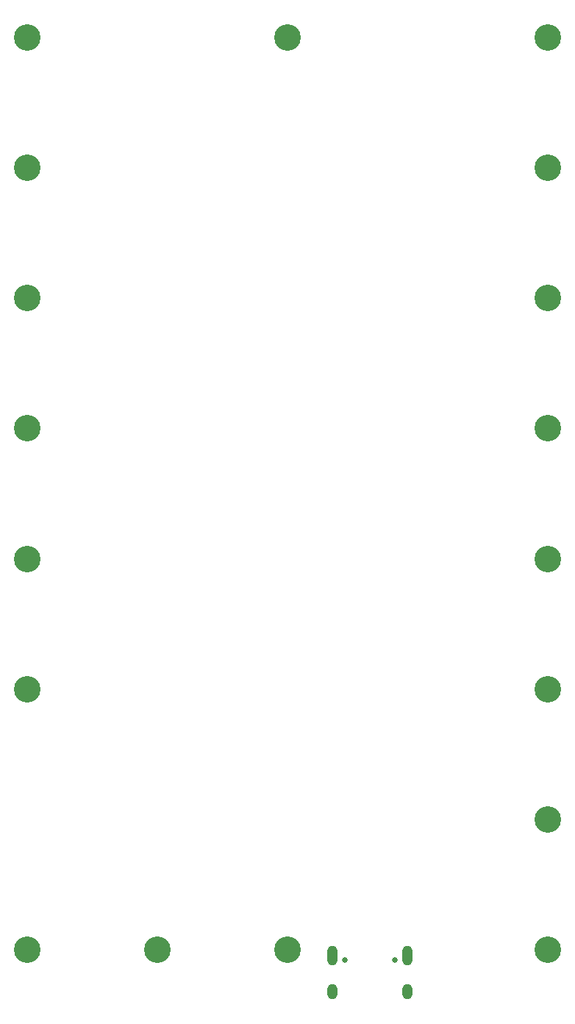
<source format=gbr>
%TF.GenerationSoftware,KiCad,Pcbnew,7.0.6-7.0.6~ubuntu22.04.1*%
%TF.CreationDate,2023-08-07T18:14:45+01:00*%
%TF.ProjectId,working,776f726b-696e-4672-9e6b-696361645f70,rev?*%
%TF.SameCoordinates,Original*%
%TF.FileFunction,Soldermask,Bot*%
%TF.FilePolarity,Negative*%
%FSLAX46Y46*%
G04 Gerber Fmt 4.6, Leading zero omitted, Abs format (unit mm)*
G04 Created by KiCad (PCBNEW 7.0.6-7.0.6~ubuntu22.04.1) date 2023-08-07 18:14:45*
%MOMM*%
%LPD*%
G01*
G04 APERTURE LIST*
G04 Aperture macros list*
%AMRoundRect*
0 Rectangle with rounded corners*
0 $1 Rounding radius*
0 $2 $3 $4 $5 $6 $7 $8 $9 X,Y pos of 4 corners*
0 Add a 4 corners polygon primitive as box body*
4,1,4,$2,$3,$4,$5,$6,$7,$8,$9,$2,$3,0*
0 Add four circle primitives for the rounded corners*
1,1,$1+$1,$2,$3*
1,1,$1+$1,$4,$5*
1,1,$1+$1,$6,$7*
1,1,$1+$1,$8,$9*
0 Add four rect primitives between the rounded corners*
20,1,$1+$1,$2,$3,$4,$5,0*
20,1,$1+$1,$4,$5,$6,$7,0*
20,1,$1+$1,$6,$7,$8,$9,0*
20,1,$1+$1,$8,$9,$2,$3,0*%
G04 Aperture macros list end*
%ADD10C,3.050000*%
%ADD11C,0.650000*%
%ADD12RoundRect,0.601600X0.000000X-0.550000X0.000000X0.550000X0.000000X0.550000X0.000000X-0.550000X0*%
%ADD13RoundRect,0.601600X0.000000X-0.300000X0.000000X0.300000X0.000000X0.300000X0.000000X-0.300000X0*%
G04 APERTURE END LIST*
D10*
%TO.C,@HOLE8*%
X118501100Y-52503600D03*
%TD*%
%TO.C,@HOLE4*%
X178501100Y-142503600D03*
%TD*%
%TO.C,@HOLE6*%
X178501100Y-67503600D03*
%TD*%
%TO.C,@HOLE2*%
X148501100Y-157503600D03*
%TD*%
D11*
%TO.C,CON1*%
X155111100Y-158693600D03*
X160891100Y-158693600D03*
D12*
X153681100Y-158163600D03*
D13*
X153681100Y-162343600D03*
X162321100Y-162343600D03*
D12*
X162321100Y-158163600D03*
%TD*%
D10*
%TO.C,@HOLE17*%
X148501100Y-52503600D03*
%TD*%
%TO.C,@HOLE10*%
X118501100Y-127503600D03*
%TD*%
%TO.C,@HOLE15*%
X118501100Y-97503600D03*
%TD*%
%TO.C,@HOLE13*%
X178501100Y-112503600D03*
%TD*%
%TO.C,@HOLE1*%
X133501100Y-157503600D03*
%TD*%
%TO.C,@HOLE14*%
X118501100Y-82503600D03*
%TD*%
%TO.C,@HOLE5*%
X178501100Y-127503600D03*
%TD*%
%TO.C,@HOLE9*%
X118501100Y-67503600D03*
%TD*%
%TO.C,@HOLE0*%
X118501100Y-157503600D03*
%TD*%
%TO.C,@HOLE3*%
X178501100Y-157503600D03*
%TD*%
%TO.C,@HOLE7*%
X178501100Y-52503600D03*
%TD*%
%TO.C,@HOLE16*%
X118501100Y-112503600D03*
%TD*%
%TO.C,@HOLE11*%
X178501100Y-82503600D03*
%TD*%
%TO.C,@HOLE12*%
X178501100Y-97503600D03*
%TD*%
M02*

</source>
